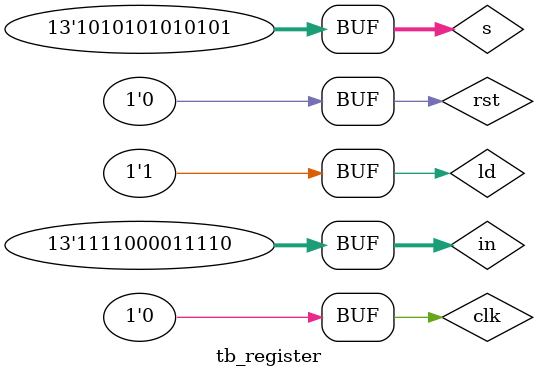
<source format=sv>
module tb_register();
	
	logic[12:0] in = 13'b1111000011110, s = 13'b1010101010101, o;
	logic rst, clk = 1'b0, ld;
	
	register #(.WORD_LENGTH(13)) uut(
    .clk(clk),
    .rst(rst),
    .in(in),
    .out(o),
	.ld(ld)
	);
	
	initial repeat (20) #200 clk = ~clk;
	
	initial begin
		#200
		rst = 1'b1;
		#200
		rst = 1'b0;
		ld = 1'b1;
	end

endmodule

</source>
